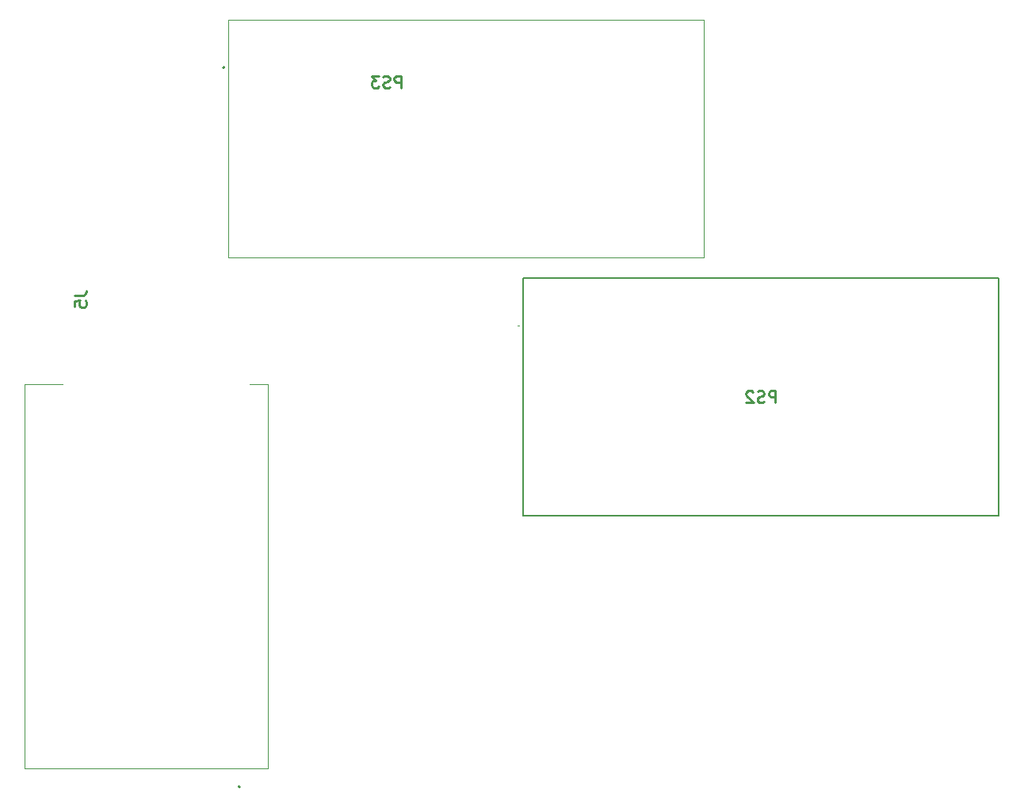
<source format=gbr>
%TF.GenerationSoftware,KiCad,Pcbnew,9.0.2*%
%TF.CreationDate,2025-07-22T14:00:08+09:00*%
%TF.ProjectId,Power_Distribution_Board,506f7765-725f-4446-9973-747269627574,rev?*%
%TF.SameCoordinates,Original*%
%TF.FileFunction,Legend,Bot*%
%TF.FilePolarity,Positive*%
%FSLAX46Y46*%
G04 Gerber Fmt 4.6, Leading zero omitted, Abs format (unit mm)*
G04 Created by KiCad (PCBNEW 9.0.2) date 2025-07-22 14:00:08*
%MOMM*%
%LPD*%
G01*
G04 APERTURE LIST*
%ADD10C,0.254000*%
%ADD11C,0.100000*%
%ADD12C,0.200000*%
G04 APERTURE END LIST*
D10*
X161182143Y-112914317D02*
X161182143Y-111644317D01*
X161182143Y-111644317D02*
X160698333Y-111644317D01*
X160698333Y-111644317D02*
X160577381Y-111704793D01*
X160577381Y-111704793D02*
X160516904Y-111765269D01*
X160516904Y-111765269D02*
X160456428Y-111886221D01*
X160456428Y-111886221D02*
X160456428Y-112067650D01*
X160456428Y-112067650D02*
X160516904Y-112188602D01*
X160516904Y-112188602D02*
X160577381Y-112249079D01*
X160577381Y-112249079D02*
X160698333Y-112309555D01*
X160698333Y-112309555D02*
X161182143Y-112309555D01*
X159972619Y-112853841D02*
X159791190Y-112914317D01*
X159791190Y-112914317D02*
X159488809Y-112914317D01*
X159488809Y-112914317D02*
X159367857Y-112853841D01*
X159367857Y-112853841D02*
X159307381Y-112793364D01*
X159307381Y-112793364D02*
X159246904Y-112672412D01*
X159246904Y-112672412D02*
X159246904Y-112551460D01*
X159246904Y-112551460D02*
X159307381Y-112430507D01*
X159307381Y-112430507D02*
X159367857Y-112370031D01*
X159367857Y-112370031D02*
X159488809Y-112309555D01*
X159488809Y-112309555D02*
X159730714Y-112249079D01*
X159730714Y-112249079D02*
X159851666Y-112188602D01*
X159851666Y-112188602D02*
X159912143Y-112128126D01*
X159912143Y-112128126D02*
X159972619Y-112007174D01*
X159972619Y-112007174D02*
X159972619Y-111886221D01*
X159972619Y-111886221D02*
X159912143Y-111765269D01*
X159912143Y-111765269D02*
X159851666Y-111704793D01*
X159851666Y-111704793D02*
X159730714Y-111644317D01*
X159730714Y-111644317D02*
X159428333Y-111644317D01*
X159428333Y-111644317D02*
X159246904Y-111704793D01*
X158763095Y-111765269D02*
X158702619Y-111704793D01*
X158702619Y-111704793D02*
X158581666Y-111644317D01*
X158581666Y-111644317D02*
X158279285Y-111644317D01*
X158279285Y-111644317D02*
X158158333Y-111704793D01*
X158158333Y-111704793D02*
X158097857Y-111765269D01*
X158097857Y-111765269D02*
X158037380Y-111886221D01*
X158037380Y-111886221D02*
X158037380Y-112007174D01*
X158037380Y-112007174D02*
X158097857Y-112188602D01*
X158097857Y-112188602D02*
X158823571Y-112914317D01*
X158823571Y-112914317D02*
X158037380Y-112914317D01*
X121182143Y-79276818D02*
X121182143Y-78006818D01*
X121182143Y-78006818D02*
X120698333Y-78006818D01*
X120698333Y-78006818D02*
X120577381Y-78067294D01*
X120577381Y-78067294D02*
X120516904Y-78127770D01*
X120516904Y-78127770D02*
X120456428Y-78248722D01*
X120456428Y-78248722D02*
X120456428Y-78430151D01*
X120456428Y-78430151D02*
X120516904Y-78551103D01*
X120516904Y-78551103D02*
X120577381Y-78611580D01*
X120577381Y-78611580D02*
X120698333Y-78672056D01*
X120698333Y-78672056D02*
X121182143Y-78672056D01*
X119972619Y-79216342D02*
X119791190Y-79276818D01*
X119791190Y-79276818D02*
X119488809Y-79276818D01*
X119488809Y-79276818D02*
X119367857Y-79216342D01*
X119367857Y-79216342D02*
X119307381Y-79155865D01*
X119307381Y-79155865D02*
X119246904Y-79034913D01*
X119246904Y-79034913D02*
X119246904Y-78913961D01*
X119246904Y-78913961D02*
X119307381Y-78793008D01*
X119307381Y-78793008D02*
X119367857Y-78732532D01*
X119367857Y-78732532D02*
X119488809Y-78672056D01*
X119488809Y-78672056D02*
X119730714Y-78611580D01*
X119730714Y-78611580D02*
X119851666Y-78551103D01*
X119851666Y-78551103D02*
X119912143Y-78490627D01*
X119912143Y-78490627D02*
X119972619Y-78369675D01*
X119972619Y-78369675D02*
X119972619Y-78248722D01*
X119972619Y-78248722D02*
X119912143Y-78127770D01*
X119912143Y-78127770D02*
X119851666Y-78067294D01*
X119851666Y-78067294D02*
X119730714Y-78006818D01*
X119730714Y-78006818D02*
X119428333Y-78006818D01*
X119428333Y-78006818D02*
X119246904Y-78067294D01*
X118823571Y-78006818D02*
X118037380Y-78006818D01*
X118037380Y-78006818D02*
X118460714Y-78490627D01*
X118460714Y-78490627D02*
X118279285Y-78490627D01*
X118279285Y-78490627D02*
X118158333Y-78551103D01*
X118158333Y-78551103D02*
X118097857Y-78611580D01*
X118097857Y-78611580D02*
X118037380Y-78732532D01*
X118037380Y-78732532D02*
X118037380Y-79034913D01*
X118037380Y-79034913D02*
X118097857Y-79155865D01*
X118097857Y-79155865D02*
X118158333Y-79216342D01*
X118158333Y-79216342D02*
X118279285Y-79276818D01*
X118279285Y-79276818D02*
X118642142Y-79276818D01*
X118642142Y-79276818D02*
X118763095Y-79216342D01*
X118763095Y-79216342D02*
X118823571Y-79155865D01*
X86304318Y-101440667D02*
X87211461Y-101440667D01*
X87211461Y-101440667D02*
X87392889Y-101380190D01*
X87392889Y-101380190D02*
X87513842Y-101259238D01*
X87513842Y-101259238D02*
X87574318Y-101077809D01*
X87574318Y-101077809D02*
X87574318Y-100956857D01*
X86304318Y-102650190D02*
X86304318Y-102045428D01*
X86304318Y-102045428D02*
X86909080Y-101984952D01*
X86909080Y-101984952D02*
X86848603Y-102045428D01*
X86848603Y-102045428D02*
X86788127Y-102166381D01*
X86788127Y-102166381D02*
X86788127Y-102468762D01*
X86788127Y-102468762D02*
X86848603Y-102589714D01*
X86848603Y-102589714D02*
X86909080Y-102650190D01*
X86909080Y-102650190D02*
X87030032Y-102710667D01*
X87030032Y-102710667D02*
X87332413Y-102710667D01*
X87332413Y-102710667D02*
X87453365Y-102650190D01*
X87453365Y-102650190D02*
X87513842Y-102589714D01*
X87513842Y-102589714D02*
X87574318Y-102468762D01*
X87574318Y-102468762D02*
X87574318Y-102166381D01*
X87574318Y-102166381D02*
X87513842Y-102045428D01*
X87513842Y-102045428D02*
X87453365Y-101984952D01*
D11*
%TO.C,PS2*%
X133680000Y-104719999D02*
X133680000Y-104719999D01*
X133780000Y-104719999D02*
X133780000Y-104719999D01*
D12*
X134240000Y-99639999D02*
X134240000Y-125039999D01*
X134240000Y-125039999D02*
X185040000Y-125039999D01*
X185040000Y-99639999D02*
X134240000Y-99639999D01*
X185040000Y-125039999D02*
X185040000Y-99639999D01*
D11*
X133680000Y-104719999D02*
G75*
G02*
X133780000Y-104719999I50000J0D01*
G01*
X133780000Y-104719999D02*
G75*
G02*
X133680000Y-104719999I-50000J0D01*
G01*
D12*
%TO.C,PS3*%
X102240000Y-77002500D02*
X102240000Y-77002500D01*
X102240000Y-77202500D02*
X102240000Y-77202500D01*
D11*
X102740000Y-72002500D02*
X102740000Y-97402500D01*
X102740000Y-97402500D02*
X153540000Y-97402500D01*
X153540000Y-72002500D02*
X102740000Y-72002500D01*
X153540000Y-97402500D02*
X153540000Y-72002500D01*
D12*
X102240000Y-77002500D02*
G75*
G02*
X102240000Y-77202500I0J-100000D01*
G01*
X102240000Y-77202500D02*
G75*
G02*
X102240000Y-77002500I0J100000D01*
G01*
D11*
%TO.C,J5*%
X81000000Y-111000000D02*
X81000000Y-152000000D01*
X81000000Y-152000000D02*
X107000000Y-152000000D01*
X85000000Y-111000000D02*
X81000000Y-111000000D01*
D12*
X103800000Y-154000000D02*
X103800000Y-154000000D01*
X104000000Y-154000000D02*
X104000000Y-154000000D01*
D11*
X107000000Y-111000000D02*
X105000000Y-111000000D01*
X107000000Y-152000000D02*
X107000000Y-111000000D01*
D12*
X103800000Y-154000000D02*
G75*
G02*
X104000000Y-154000000I100000J0D01*
G01*
X104000000Y-154000000D02*
G75*
G02*
X103800000Y-154000000I-100000J0D01*
G01*
%TD*%
M02*

</source>
